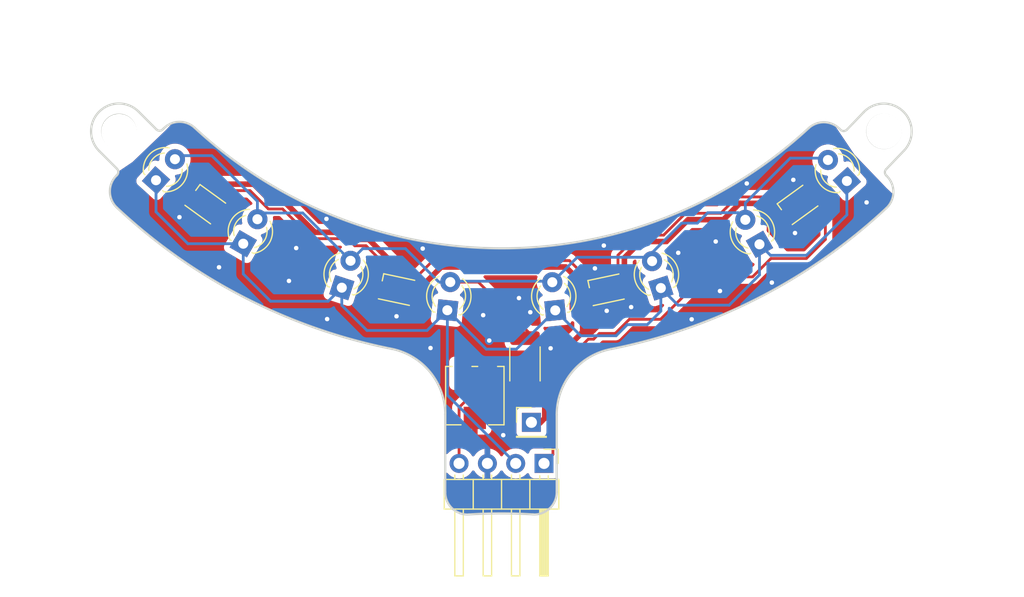
<source format=kicad_pcb>
(kicad_pcb (version 20221018) (generator pcbnew)
  (layers (0 "F.Cu" signal) (31 "B.Cu" signal) (34 "B.Paste" user) (35 "F.Paste" user) (36 "B.SilkS" user "B.Silkscreen") (37 "F.SilkS" user "F.Silkscreen") (38 "B.Mask" user) (39 "F.Mask" user) (44 "Edge.Cuts" user))
  (net 0 "")
  (net 1 "GND")
  (net 2 "+5V")
  (net 3 "/PWM")
  (net 4 "+3.3V")
  (net 5 "/S")
  (net 6 "Net-(Q1-E)")
  (net 9 "Net-(D1-DIN)")
  (net 10 "Net-(D2-DOUT)")
  (net 11 "Net-(D2-DIN)")
  (footprint "LED_THT:LED_D3.0mm_Clear" (layer "F.Cu") (at 145.824541 105.733707 60)
    (fp_text reference "Q2" hide)
    (fp_text value "Q_Photo_NPN")
    (fp_line (start -0.29 -1.236) (end -0.29 -1.08) (stroke (width 0.12)) (layer "F.SilkS"))
    (fp_line (start -0.29 1.08) (end -0.29 1.236) (stroke (width 0.12)) (layer "F.SilkS"))
    (fp_arc (start -0.29 -1.235516) (mid 1.366487 -1.987659) (end 2.942335 -1.078608) (stroke (width 0.12)) (layer "F.SilkS"))
    (fp_arc (start 0.229039 -1.08) (mid 1.270117 -1.5) (end 2.31113 -1.079837) (stroke (width 0.12)) (layer "F.SilkS"))
    (fp_arc (start 2.31113 1.079837) (mid 1.270117 1.5) (end 0.229039 1.08) (stroke (width 0.12)) (layer "F.SilkS"))
    (fp_arc (start 2.942335 1.078608) (mid 1.366487 1.987659) (end -0.29 1.235516) (stroke (width 0.12)) (layer "F.SilkS"))
    (pad "1" thru_hole rect (at 0 0 60) (size 1.8 1.8) (drill 0.9) (layers "*.Cu" "*.Mask") (net 4 "+3.3V"))
    (pad "2" thru_hole circle (at 2.54 0 60) (size 1.8 1.8) (drill 0.9) (layers "*.Cu" "*.Mask") (net 6 "Net-(Q1-E)"))
  )
  (footprint "LED_SMD:LED_WS2812B-2020_PLCC4_2.0x2.0mm" (layer "F.Cu") (at 178.373754 109.873192 12)
    (fp_text reference "D2" hide)
    (fp_text value "NeoPixel_THT")
    (fp_line (start -1.42 -1.15) (end -1.42 -0.5) (stroke (width 0.12)) (layer "F.SilkS"))
    (fp_line (start -1.42 -1.15) (end 1.42 -1.15) (stroke (width 0.12)) (layer "F.SilkS"))
    (fp_line (start -1.42 1.15) (end 1.42 1.15) (stroke (width 0.12)) (layer "F.SilkS"))
    (pad "1" smd rect (at -0.915 -0.55 12) (size 0.7 0.7) (layers "F.Cu" "F.Paste" "F.Mask") (net 10 "Net-(D2-DOUT)"))
    (pad "2" smd rect (at -0.915 0.55 12) (size 0.7 0.7) (layers "F.Cu" "F.Paste" "F.Mask") (net 1 "GND"))
    (pad "3" smd rect (at 0.915 0.55 12) (size 0.7 0.7) (layers "F.Cu" "F.Paste" "F.Mask") (net 2 "+5V"))
    (pad "4" smd rect (at 0.915 -0.55 12) (size 0.7 0.7) (layers "F.Cu" "F.Paste" "F.Mask") (net 11 "Net-(D2-DIN)"))
  )
  (footprint "LED_SMD:LED_WS2812B-2020_PLCC4_2.0x2.0mm" (layer "F.Cu") (at 195.552919 102.248442 36)
    (fp_text reference "D3" hide)
    (fp_text value "NeoPixel_THT")
    (fp_line (start -1.42 -1.15) (end -1.42 -0.5) (stroke (width 0.12)) (layer "F.SilkS"))
    (fp_line (start -1.42 -1.15) (end 1.42 -1.15) (stroke (width 0.12)) (layer "F.SilkS"))
    (fp_line (start -1.42 1.15) (end 1.42 1.15) (stroke (width 0.12)) (layer "F.SilkS"))
    (pad "1" smd rect (at -0.915 -0.55 36) (size 0.7 0.7) (layers "F.Cu" "F.Paste" "F.Mask") (net 11 "Net-(D2-DIN)"))
    (pad "2" smd rect (at -0.915 0.55 36) (size 0.7 0.7) (layers "F.Cu" "F.Paste" "F.Mask") (net 1 "GND"))
    (pad "3" smd rect (at 0.915 0.55 36) (size 0.7 0.7) (layers "F.Cu" "F.Paste" "F.Mask") (net 2 "+5V"))
    (pad "4" smd rect (at 0.915 -0.55 36) (size 0.7 0.7) (layers "F.Cu" "F.Paste" "F.Mask") (net 3 "/PWM"))
  )
  (footprint "MountingHole:MountingHole_3.2mm_M3" (layer "F.Cu") (at 203.327 95.631)
    (fp_text reference "REF**" hide)
    (fp_text value "MountingHole_3.2mm_M3")
    (pad "" np_thru_hole circle (at 0 0) (size 3.2 3.2) (drill 3.2) (layers "F&B.Cu" "*.Mask"))
  )
  (footprint "Potentiometer_SMD:Potentiometer_Vishay_TS53YJ_Vertical" (layer "F.Cu") (at 166.6 119.375 90)
    (fp_text reference "RV2" hide)
    (fp_text value "R_Potentiometer_Trim_US")
    (fp_line (start -2.62 -2.62) (end -2.62 -1.24) (stroke (width 0.12)) (layer "F.SilkS"))
    (fp_line (start -2.62 -2.62) (end 2.62 -2.62) (stroke (width 0.12)) (layer "F.SilkS"))
    (fp_line (start -2.62 1.24) (end -2.62 2.62) (stroke (width 0.12)) (layer "F.SilkS"))
    (fp_line (start -2.62 2.62) (end 2.62 2.62) (stroke (width 0.12)) (layer "F.SilkS"))
    (fp_line (start 2.62 -2.62) (end 2.62 -2.039) (stroke (width 0.12)) (layer "F.SilkS"))
    (fp_line (start 2.62 -0.26) (end 2.62 0.26) (stroke (width 0.12)) (layer "F.SilkS"))
    (fp_line (start 2.62 2.04) (end 2.62 2.62) (stroke (width 0.12)) (layer "F.SilkS"))
    (pad "1" smd rect (at 2 -1.15 90) (size 2 1.3) (layers "F.Cu" "F.Paste" "F.Mask"))
    (pad "2" smd rect (at -2 0 90) (size 2 2) (layers "F.Cu" "F.Paste" "F.Mask") (net 1 "GND"))
    (pad "3" smd rect (at 2 1.15 90) (size 2 1.3) (layers "F.Cu" "F.Paste" "F.Mask") (net 5 "/S"))
  )
  (footprint "LED_SMD:LED_WS2812B-2020_PLCC4_2.0x2.0mm" (layer "F.Cu") (at 159.578541 109.851352 -12)
    (fp_text reference "D5" hide)
    (fp_text value "NeoPixel_THT")
    (fp_line (start -1.42 -1.15) (end -1.42 -0.5) (stroke (width 0.12)) (layer "F.SilkS"))
    (fp_line (start -1.42 -1.15) (end 1.42 -1.15) (stroke (width 0.12)) (layer "F.SilkS"))
    (fp_line (start -1.42 1.15) (end 1.42 1.15) (stroke (width 0.12)) (layer "F.SilkS"))
    (pad "1" smd rect (at -0.915 -0.55 348) (size 0.7 0.7) (layers "F.Cu" "F.Paste" "F.Mask") (net 9 "Net-(D1-DIN)"))
    (pad "2" smd rect (at -0.915 0.55 348) (size 0.7 0.7) (layers "F.Cu" "F.Paste" "F.Mask") (net 1 "GND"))
    (pad "3" smd rect (at 0.915 0.55 348) (size 0.7 0.7) (layers "F.Cu" "F.Paste" "F.Mask") (net 2 "+5V"))
    (pad "4" smd rect (at 0.915 -0.55 348) (size 0.7 0.7) (layers "F.Cu" "F.Paste" "F.Mask") (net 10 "Net-(D2-DOUT)"))
  )
  (footprint "LED_THT:LED_D3.0mm_Clear" (layer "F.Cu") (at 154.665451 109.681953 72)
    (fp_text reference "Q8" hide)
    (fp_text value "Q_Photo_NPN")
    (fp_line (start -0.29 -1.236) (end -0.29 -1.08) (stroke (width 0.12)) (layer "F.SilkS"))
    (fp_line (start -0.29 1.08) (end -0.29 1.236) (stroke (width 0.12)) (layer "F.SilkS"))
    (fp_arc (start -0.29 -1.235516) (mid 1.366487 -1.987659) (end 2.942335 -1.078608) (stroke (width 0.12)) (layer "F.SilkS"))
    (fp_arc (start 0.229039 -1.08) (mid 1.270117 -1.5) (end 2.31113 -1.079837) (stroke (width 0.12)) (layer "F.SilkS"))
    (fp_arc (start 2.31113 1.079837) (mid 1.270117 1.5) (end 0.229039 1.08) (stroke (width 0.12)) (layer "F.SilkS"))
    (fp_arc (start 2.942335 1.078608) (mid 1.366487 1.987659) (end -0.29 1.235516) (stroke (width 0.12)) (layer "F.SilkS"))
    (pad "1" thru_hole rect (at 0 0 72) (size 1.8 1.8) (drill 0.9) (layers "*.Cu" "*.Mask") (net 4 "+3.3V"))
    (pad "2" thru_hole circle (at 2.54 0 72) (size 1.8 1.8) (drill 0.9) (layers "*.Cu" "*.Mask") (net 6 "Net-(Q1-E)"))
  )
  (footprint "Connector_PinHeader_2.54mm:PinHeader_1x04_P2.54mm_Horizontal" (layer "F.Cu") (at 172.807507 125.462255 -90)
    (fp_text reference "J2" hide)
    (fp_text value "Conn_01x04_Pin")
    (fp_line (start -1.27 -1.27) (end 0 -1.27) (stroke (width 0.12)) (layer "F.SilkS"))
    (fp_line (start -1.27 0) (end -1.27 -1.27) (stroke (width 0.12)) (layer "F.SilkS"))
    (fp_line (start 1.042929 2.16) (end 1.44 2.16) (stroke (width 0.12)) (layer "F.SilkS"))
    (fp_line (start 1.042929 2.92) (end 1.44 2.92) (stroke (width 0.12)) (layer "F.SilkS"))
    (fp_line (start 1.042929 4.7) (end 1.44 4.7) (stroke (width 0.12)) (layer "F.SilkS"))
    (fp_line (start 1.042929 5.46) (end 1.44 5.46) (stroke (width 0.12)) (layer "F.SilkS"))
    (fp_line (start 1.042929 7.24) (end 1.44 7.24) (stroke (width 0.12)) (layer "F.SilkS"))
    (fp_line (start 1.042929 8) (end 1.44 8) (stroke (width 0.12)) (layer "F.SilkS"))
    (fp_line (start 1.11 -0.38) (end 1.44 -0.38) (stroke (width 0.12)) (layer "F.SilkS"))
    (fp_line (start 1.11 0.38) (end 1.44 0.38) (stroke (width 0.12)) (layer "F.SilkS"))
    (fp_line (start 1.44 -1.33) (end 1.44 8.95) (stroke (width 0.12)) (layer "F.SilkS"))
    (fp_line (start 1.44 1.27) (end 4.1 1.27) (stroke (width 0.12)) (layer "F.SilkS"))
    (fp_line (start 1.44 3.81) (end 4.1 3.81) (stroke (width 0.12)) (layer "F.SilkS"))
    (fp_line (start 1.44 6.35) (end 4.1 6.35) (stroke (width 0.12)) (layer "F.SilkS"))
    (fp_line (start 1.44 8.95) (end 4.1 8.95) (stroke (width 0.12)) (layer "F.SilkS"))
    (fp_line (start 4.1 -1.33) (end 1.44 -1.33) (stroke (width 0.12)) (layer "F.SilkS"))
    (fp_line (start 4.1 -0.38) (end 10.1 -0.38) (stroke (width 0.12)) (layer "F.SilkS"))
    (fp_line (start 4.1 -0.32) (end 10.1 -0.32) (stroke (width 0.12)) (layer "F.SilkS"))
    (fp_line (start 4.1 -0.2) (end 10.1 -0.2) (stroke (width 0.12)) (layer "F.SilkS"))
    (fp_line (start 4.1 -0.08) (end 10.1 -0.08) (stroke (width 0.12)) (layer "F.SilkS"))
    (fp_line (start 4.1 0.04) (end 10.1 0.04) (stroke (width 0.12)) (layer "F.SilkS"))
    (fp_line (start 4.1 0.16) (end 10.1 0.16) (stroke (width 0.12)) (layer "F.SilkS"))
    (fp_line (start 4.1 0.28) (end 10.1 0.28) (stroke (width 0.12)) (layer "F.SilkS"))
    (fp_line (start 4.1 2.16) (end 10.1 2.16) (stroke (width 0.12)) (layer "F.SilkS"))
    (fp_line (start 4.1 4.7) (end 10.1 4.7) (stroke (width 0.12)) (layer "F.SilkS"))
    (fp_line (start 4.1 7.24) (end 10.1 7.24) (stroke (width 0.12)) (layer "F.SilkS"))
    (fp_line (start 4.1 8.95) (end 4.1 -1.33) (stroke (width 0.12)) (layer "F.SilkS"))
    (fp_line (start 10.1 -0.38) (end 10.1 0.38) (stroke (width 0.12)) (layer "F.SilkS"))
    (fp_line (start 10.1 0.38) (end 4.1 0.38) (stroke (width 0.12)) (layer "F.SilkS"))
    (fp_line (start 10.1 2.16) (end 10.1 2.92) (stroke (width 0.12)) (layer "F.SilkS"))
    (fp_line (start 10.1 2.92) (end 4.1 2.92) (stroke (width 0.12)) (layer "F.SilkS"))
    (fp_line (start 10.1 4.7) (end 10.1 5.46) (stroke (width 0.12)) (layer "F.SilkS"))
    (fp_line (start 10.1 5.46) (end 4.1 5.46) (stroke (width 0.12)) (layer "F.SilkS"))
    (fp_line (start 10.1 7.24) (end 10.1 8) (stroke (width 0.12)) (layer "F.SilkS"))
    (fp_line (start 10.1 8) (end 4.1 8) (stroke (width 0.12)) (layer "F.SilkS"))
    (pad "1" thru_hole rect (at 0 0 270) (size 1.7 1.7) (drill 1) (layers "*.Cu" "*.Mask") (net 3 "/PWM"))
    (pad "2" thru_hole oval (at 0 2.54 270) (size 1.7 1.7) (drill 1) (layers "*.Cu" "*.Mask") (net 4 "+3.3V"))
    (pad "3" thru_hole oval (at 0 5.08 270) (size 1.7 1.7) (drill 1) (layers "*.Cu" "*.Mask") (net 1 "GND"))
    (pad "4" thru_hole oval (at 0 7.62 270) (size 1.7 1.7) (drill 1) (layers "*.Cu" "*.Mask") (net 5 "/S"))
  )
  (footprint "LED_THT:LED_D3.0mm_Clear" (layer "F.Cu") (at 137.997712 100.033611 48)
    (fp_text reference "Q7" hide)
    (fp_text value "Q_Photo_NPN")
    (fp_line (start -0.29 -1.236) (end -0.29 -1.08) (stroke (width 0.12)) (layer "F.SilkS"))
    (fp_line (start -0.29 1.08) (end -0.29 1.236) (stroke (width 0.12)) (layer "F.SilkS"))
    (fp_arc (start -0.29 -1.235516) (mid 1.366487 -1.987659) (end 2.942335 -1.078608) (stroke (width 0.12)) (layer "F.SilkS"))
    (fp_arc (start 0.229039 -1.08) (mid 1.270118 -1.5) (end 2.31113 -1.079837) (stroke (width 0.12)) (layer "F.SilkS"))
    (fp_arc (start 2.31113 1.079837) (mid 1.270117 1.5) (end 0.229039 1.08) (stroke (width 0.12)) (layer "F.SilkS"))
    (fp_arc (start 2.942335 1.078608) (mid 1.366487 1.987659) (end -0.29 1.235516) (stroke (width 0.12)) (layer "F.SilkS"))
    (pad "1" thru_hole rect (at 0 0 48) (size 1.8 1.8) (drill 0.9) (layers "*.Cu" "*.Mask") (net 4 "+3.3V"))
    (pad "2" thru_hole circle (at 2.54 0 48) (size 1.8 1.8) (drill 0.9) (layers "*.Cu" "*.Mask") (net 6 "Net-(Q1-E)"))
  )
  (footprint "LED_THT:LED_D3.0mm_Clear" (layer "F.Cu") (at 183.28969 109.714413 108)
    (fp_text reference "Q4" hide)
    (fp_text value "Q_Photo_NPN")
    (fp_line (start -0.29 -1.236) (end -0.29 -1.08) (stroke (width 0.12)) (layer "F.SilkS"))
    (fp_line (start -0.29 1.08) (end -0.29 1.236) (stroke (width 0.12)) (layer "F.SilkS"))
    (fp_arc (start -0.29 -1.235516) (mid 1.366488 -1.987659) (end 2.942335 -1.078608) (stroke (width 0.12)) (layer "F.SilkS"))
    (fp_arc (start 0.229039 -1.08) (mid 1.270118 -1.5) (end 2.31113 -1.079837) (stroke (width 0.12)) (layer "F.SilkS"))
    (fp_arc (start 2.31113 1.079837) (mid 1.270118 1.5) (end 0.229039 1.08) (stroke (width 0.12)) (layer "F.SilkS"))
    (fp_arc (start 2.942335 1.078608) (mid 1.366488 1.987659) (end -0.29 1.235516) (stroke (width 0.12)) (layer "F.SilkS"))
    (pad "1" thru_hole rect (at 0 0 108) (size 1.8 1.8) (drill 0.9) (layers "*.Cu" "*.Mask") (net 4 "+3.3V"))
    (pad "2" thru_hole circle (at 2.54 0 108) (size 1.8 1.8) (drill 0.9) (layers "*.Cu" "*.Mask") (net 6 "Net-(Q1-E)"))
  )
  (footprint "LED_THT:LED_D3.0mm_Clear" (layer "F.Cu") (at 164.134053 111.705792 84)
    (fp_text reference "Q9" hide)
    (fp_text value "Q_Photo_NPN")
    (fp_line (start -0.29 -1.236) (end -0.29 -1.08) (stroke (width 0.12)) (layer "F.SilkS"))
    (fp_line (start -0.29 1.08) (end -0.29 1.236) (stroke (width 0.12)) (layer "F.SilkS"))
    (fp_arc (start -0.29 -1.235516) (mid 1.366487 -1.987659) (end 2.942335 -1.078608) (stroke (width 0.12)) (layer "F.SilkS"))
    (fp_arc (start 0.229039 -1.08) (mid 1.270117 -1.5) (end 2.31113 -1.079837) (stroke (width 0.12)) (layer "F.SilkS"))
    (fp_arc (start 2.31113 1.079837) (mid 1.270118 1.5) (end 0.229039 1.08) (stroke (width 0.12)) (layer "F.SilkS"))
    (fp_arc (start 2.942335 1.078608) (mid 1.366487 1.987659) (end -0.29 1.235516) (stroke (width 0.12)) (layer "F.SilkS"))
    (pad "1" thru_hole rect (at 0 0 84) (size 1.8 1.8) (drill 0.9) (layers "*.Cu" "*.Mask") (net 4 "+3.3V"))
    (pad "2" thru_hole circle (at 2.54 0 84) (size 1.8 1.8) (drill 0.9) (layers "*.Cu" "*.Mask") (net 6 "Net-(Q1-E)"))
  )
  (footprint "Connector_PinHeader_2.54mm:PinHeader_1x01_P2.54mm_Vertical" (layer "F.Cu") (at 171.675 121.775)
    (fp_text reference "J3" hide)
    (fp_text value "Conn_01x01_Pin")
    (fp_line (start -1.33 -1.33) (end 0 -1.33) (stroke (width 0.12)) (layer "F.SilkS"))
    (fp_line (start -1.33 0) (end -1.33 -1.33) (stroke (width 0.12)) (layer "F.SilkS"))
    (fp_line (start -1.33 1.27) (end -1.33 1.33) (stroke (width 0.12)) (layer "F.SilkS"))
    (fp_line (start -1.33 1.27) (end 1.33 1.27) (stroke (width 0.12)) (layer "F.SilkS"))
    (fp_line (start -1.33 1.33) (end 1.33 1.33) (stroke (width 0.12)) (layer "F.SilkS"))
    (fp_line (start 1.33 1.27) (end 1.33 1.33) (stroke (width 0.12)) (layer "F.SilkS"))
    (pad "1" thru_hole rect (at 0 0) (size 1.7 1.7) (drill 1) (layers "*.Cu" "*.Mask") (net 2 "+5V"))
  )
  (footprint "LED_THT:LED_D3.0mm_Clear" (layer "F.Cu") (at 199.979269 100.103899 132)
    (fp_text reference "Q10" hide)
    (fp_text value "Q_Photo_NPN")
    (fp_line (start -0.29 -1.236) (end -0.29 -1.08) (stroke (width 0.12)) (layer "F.SilkS"))
    (fp_line (start -0.29 1.08) (end -0.29 1.236) (stroke (width 0.12)) (layer "F.SilkS"))
    (fp_arc (start -0.29 -1.235516) (mid 1.366488 -1.987659) (end 2.942335 -1.078608) (stroke (width 0.12)) (layer "F.SilkS"))
    (fp_arc (start 0.229039 -1.08) (mid 1.270117 -1.5) (end 2.31113 -1.079837) (stroke (width 0.12)) (layer "F.SilkS"))
    (fp_arc (start 2.31113 1.079837) (mid 1.270117 1.5) (end 0.229039 1.08) (stroke (width 0.12)) (layer "F.SilkS"))
    (fp_arc (start 2.942335 1.078608) (mid 1.366488 1.987659) (end -0.29 1.235516) (stroke (width 0.12)) (layer "F.SilkS"))
    (pad "1" thru_hole rect (at 0 0 132) (size 1.8 1.8) (drill 0.9) (layers "*.Cu" "*.Mask") (net 4 "+3.3V"))
    (pad "2" thru_hole circle (at 2.54 0 132) (size 1.8 1.8) (drill 0.9) (layers "*.Cu" "*.Mask") (net 6 "Net-(Q1-E)"))
  )
  (footprint "LED_THT:LED_D3.0mm_Clear" (layer "F.Cu") (at 173.816523 111.716772 96)
    (fp_text reference "Q3" hide)
    (fp_text value "Q_Photo_NPN")
    (fp_line (start -0.29 -1.236) (end -0.29 -1.08) (stroke (width 0.12)) (layer "F.SilkS"))
    (fp_line (start -0.29 1.08) (end -0.29 1.236) (stroke (width 0.12)) (layer "F.SilkS"))
    (fp_arc (start -0.29 -1.235516) (mid 1.366487 -1.987659) (end 2.942335 -1.078608) (stroke (width 0.12)) (layer "F.SilkS"))
    (fp_arc (start 0.229039 -1.08) (mid 1.270117 -1.5) (end 2.31113 -1.079837) (stroke (width 0.12)) (layer "F.SilkS"))
    (fp_arc (start 2.31113 1.079837) (mid 1.270118 1.5) (end 0.229039 1.08) (stroke (width 0.12)) (layer "F.SilkS"))
    (fp_arc (start 2.942335 1.078608) (mid 1.366487 1.987659) (end -0.29 1.235516) (stroke (width 0.12)) (layer "F.SilkS"))
    (pad "1" thru_hole rect (at 0 0 96) (size 1.8 1.8) (drill 0.9) (layers "*.Cu" "*.Mask") (net 4 "+3.3V"))
    (pad "2" thru_hole circle (at 2.54 0 96) (size 1.8 1.8) (drill 0.9) (layers "*.Cu" "*.Mask") (net 6 "Net-(Q1-E)"))
  )
  (footprint "LED_THT:LED_D3.0mm_Clear" (layer "F.Cu") (at 192.139532 105.786229 120)
    (fp_text reference "Q1" hide)
    (fp_text value "Q_Photo_NPN")
    (fp_line (start -0.29 -1.236) (end -0.29 -1.08) (stroke (width 0.12)) (layer "F.SilkS"))
    (fp_line (start -0.29 1.08) (end -0.29 1.236) (stroke (width 0.12)) (layer "F.SilkS"))
    (fp_arc (start -0.29 -1.235516) (mid 1.366488 -1.987659) (end 2.942335 -1.078608) (stroke (width 0.12)) (layer "F.SilkS"))
    (fp_arc (start 0.229039 -1.08) (mid 1.270118 -1.5) (end 2.31113 -1.079837) (stroke (width 0.12)) (layer "F.SilkS"))
    (fp_arc (start 2.31113 1.079837) (mid 1.270118 1.5) (end 0.229039 1.08) (stroke (width 0.12)) (layer "F.SilkS"))
    (fp_arc (start 2.942335 1.078608) (mid 1.366487 1.987659) (end -0.29 1.235516) (stroke (width 0.12)) (layer "F.SilkS"))
    (pad "1" thru_hole rect (at 0 0 120) (size 1.8 1.8) (drill 0.9) (layers "*.Cu" "*.Mask") (net 4 "+3.3V"))
    (pad "2" thru_hole circle (at 2.54 0 120) (size 1.8 1.8) (drill 0.9) (layers "*.Cu" "*.Mask") (net 6 "Net-(Q1-E)"))
  )
  (footprint "MountingHole:MountingHole_3.2mm_M3" (layer "F.Cu") (at 134.6962 95.7072)
    (fp_text reference "REF**" hide)
    (fp_text value "MountingHole_3.2mm_M3")
    (pad "" np_thru_hole circle (at 0 0) (size 3.2 3.2) (drill 3.2) (layers "*.Cu" "*.Mask"))
  )
  (footprint "LED_SMD:LED_WS2812B-2020_PLCC4_2.0x2.0mm" (layer "F.Cu") (at 142.417143 102.186698 -36)
    (fp_text reference "D1" hide)
    (fp_text value "NeoPixel_THT")
    (fp_line (start -1.42 -1.15) (end -1.42 -0.5) (stroke (width 0.12)) (layer "F.SilkS"))
    (fp_line (start -1.42 -1.15) (end 1.42 -1.15) (stroke (width 0.12)) (layer "F.SilkS"))
    (fp_line (start -1.42 1.15) (end 1.42 1.15) (stroke (width 0.12)) (layer "F.SilkS"))
    (pad "1" smd rect (at -0.915 -0.55 324) (size 0.7 0.7) (layers "F.Cu" "F.Paste" "F.Mask"))
    (pad "2" smd rect (at -0.915 0.55 324) (size 0.7 0.7) (layers "F.Cu" "F.Paste" "F.Mask") (net 1 "GND"))
    (pad "3" smd rect (at 0.915 0.55 324) (size 0.7 0.7) (layers "F.Cu" "F.Paste" "F.Mask") (net 2 "+5V"))
    (pad "4" smd rect (at 0.915 -0.55 324) (size 0.7 0.7) (layers "F.Cu" "F.Paste" "F.Mask") (net 9 "Net-(D1-DIN)"))
  )
  (footprint "Resistor_SMD:R_2010_5025Metric" (layer "F.Cu") (at 171.1 116.525 90)
    (fp_text reference "R8" hide)
    (fp_text value "1K")
    (fp_line (start -1.527064 -1.36) (end 1.527064 -1.36) (stroke (width 0.12)) (layer "F.SilkS"))
    (fp_line (start -1.527064 1.36) (end 1.527064 1.36) (stroke (width 0.12)) (layer "F.SilkS"))
    (pad "1" smd roundrect (at -2.3125 0 90) (size 1.225 2.65) (layers "F.Cu" "F.Paste" "F.Mask") (roundrect_rratio 0.2040816327) (net 5 "/S"))
    (pad "2" smd roundrect (at 2.3125 0 90) (size 1.225 2.65) (layers "F.Cu" "F.Paste" "F.Mask") (roundrect_rratio 0.2040816327) (net 6 "Net-(Q1-E)"))
  )
  (gr_arc (start 134.492418 102.49531) (mid 133.860407 101.068442) (end 134.445932 99.621877) (stroke (width 0.2)) (layer "Edge.Cuts"))
  (gr_arc (start 196.548323 95.362893) (mid 197.945655 94.830562) (end 199.321588 95.415983) (stroke (width 0.2)) (layer "Edge.Cuts"))
  (gr_arc (start 203.566952 99.661346) (mid 204.152457 101.109102) (end 203.518727 102.536407) (stroke (width 0.2)) (layer "Edge.Cuts"))
  (gr_line (start 201.500672 93.912117) (end 199.978444 95.495938) (stroke (width 0.2)) (layer "Edge.Cuts"))
  (gr_arc (start 138.691105 95.376704) (mid 140.068398 94.791258) (end 141.466363 95.325463) (stroke (width 0.2)) (layer "Edge.Cuts"))
  (gr_arc (start 173.945892 121.085005) (mid 175.311412 117.274287) (end 178.786419 115.198102) (stroke (width 0.2)) (layer "Edge.Cuts"))
  (gr_arc (start 196.548323 95.362893) (mid 169 106.15) (end 141.466363 95.325463) (stroke (width 0.2)) (layer "Edge.Cuts"))
  (gr_arc (start 201.500672 93.912117) (mid 205.035507 93.842023) (end 205.105608 97.376859) (stroke (width 0.2)) (layer "Edge.Cuts"))
  (gr_circle (center 203.30314 95.644488) (end 204.80314 95.644488) (stroke (width 0.2)) (fill none) (layer "Edge.Cuts"))
  (gr_line (start 203.50368 99.043605) (end 205.105608 97.376859) (stroke (width 0.2)) (layer "Edge.Cuts"))
  (gr_line (start 134.496188 99.571621) (end 134.445932 99.621877) (stroke (width 0.2)) (layer "Edge.Cuts"))
  (gr_line (start 132.902507 97.412255) (end 134.496188 99.005935) (stroke (width 0.2)) (layer "Edge.Cuts"))
  (gr_arc (start 166.075289 130.04341) (mid 168.94755 129.949147) (end 171.81997 130.038412) (stroke (width 0.2)) (layer "Edge.Cuts"))
  (gr_arc (start 203.509232 99.603627) (mid 203.392136 99.324762) (end 203.50368 99.043605) (stroke (width 0.2)) (layer "Edge.Cuts"))
  (gr_arc (start 199.978444 95.495938) (mid 199.694002 95.61876) (end 199.407207 95.501601) (stroke (width 0.2)) (layer "Edge.Cuts"))
  (gr_line (start 138.031722 95.470401) (end 136.438041 93.876721) (stroke (width 0.2)) (layer "Edge.Cuts"))
  (gr_line (start 138.691105 95.376704) (end 138.597407 95.470401) (stroke (width 0.2)) (layer "Edge.Cuts"))
  (gr_line (start 173.945892 128.04238) (end 173.945892 121.085005) (stroke (width 0.2)) (layer "Edge.Cuts"))
  (gr_arc (start 138.597407 95.470401) (mid 138.314564 95.587559) (end 138.031722 95.470401) (stroke (width 0.2)) (layer "Edge.Cuts"))
  (gr_arc (start 159.122703 115.169138) (mid 145.921609 110.553979) (end 134.492418 102.49531) (stroke (width 0.2)) (layer "Edge.Cuts"))
  (gr_line (start 199.407207 95.501601) (end 199.321588 95.415983) (stroke (width 0.2)) (layer "Edge.Cuts"))
  (gr_arc (start 132.902507 97.412255) (mid 132.902507 93.876721) (end 136.438041 93.876721) (stroke (width 0.2)) (layer "Edge.Cuts"))
  (gr_line (start 203.566952 99.661346) (end 203.509232 99.603627) (stroke (width 0.2)) (layer "Edge.Cuts"))
  (gr_line (start 163.945892 121.0526) (end 163.945892 128.047601) (stroke (width 0.2)) (layer "Edge.Cuts"))
  (gr_circle (center 134.670274 95.644488) (end 136.170274 95.644488) (stroke (width 0.2)) (fill none) (layer "Edge.Cuts"))
  (gr_arc (start 173.945892 128.04238) (mid 173.314861 129.500432) (end 171.81997 130.038412) (stroke (width 0.2)) (layer "Edge.Cuts"))
  (gr_arc (start 203.518727 102.536407) (mid 192.040508 110.601673) (end 178.786419 115.198102) (stroke (width 0.2)) (layer "Edge.Cuts"))
  (gr_arc (start 134.496188 99.005935) (mid 134.613345 99.288778) (end 134.496188 99.571621) (stroke (width 0.2)) (layer "Edge.Cuts"))
  (gr_arc (start 159.122703 115.169138) (mid 162.585982 117.248711) (end 163.945892 121.0526) (stroke (width 0.2)) (layer "Edge.Cuts"))
  (gr_arc (start 166.075289 130.04341) (mid 164.578192 129.506846) (end 163.945892 128.047601) (stroke (width 0.2)) (layer "Edge.Cuts"))
  (segment (start 158.569185 110.199094) (end 158.569185 110.255815) (width 0.5) (layer "F.Cu") (net 1))
  (via (at 159.575 112.25) (size 0.8) (drill 0.4) (layers "F.Cu" "B.Cu") (net 1))
  (via (at 180.625 111.425) (size 0.8) (drill 0.4) (layers "F.Cu" "B.Cu") (net 1))
  (via (at 177.375 107.95) (size 0.8) (drill 0.4) (layers "F.Cu" "B.Cu") (net 1))
  (via (at 193.25 109.225) (size 0.8) (drill 0.4) (layers "F.Cu" "B.Cu") (net 1))
  (via (at 178.435 111.76) (size 0.8) (drill 0.4) (layers "F.Cu" "B.Cu") (net 1))
  (via (at 153.289 103.505) (size 0.8) (drill 0.4) (layers "F.Cu" "B.Cu") (net 1))
  (via (at 153.35 112.5) (size 0.8) (drill 0.4) (layers "F.Cu" "B.Cu") (net 1))
  (via (at 171.577 111.887) (size 0.8) (drill 0.4) (layers "F.Cu" "B.Cu") (net 1))
  (via (at 150.575 106.125) (size 0.8) (drill 0.4) (layers "F.Cu" "B.Cu") (net 1))
  (via (at 162.625 115.1) (size 0.8) (drill 0.4) (layers "F.Cu" "B.Cu") (net 1))
  (via (at 191 100.325) (size 0.8) (drill 0.4) (layers "F.Cu" "B.Cu") (net 1))
  (via (at 186.055 112.522) (size 0.8) (drill 0.4) (layers "F.Cu" "B.Cu") (net 1))
  (via (at 167.894 114.427) (size 0.8) (drill 0.4) (layers "F.Cu" "B.Cu") (net 1))
  (via (at 178.175 105.9) (size 0.8) (drill 0.4) (layers "F.Cu" "B.Cu") (net 1))
  (via (at 167.35 112.15) (size 0.8) (drill 0.4) (layers "F.Cu" "B.Cu") (net 1))
  (via (at 149.925 109.075) (size 0.8) (drill 0.4) (layers "F.Cu" "B.Cu") (net 1))
  (via (at 170.561 110.617) (size 0.8) (drill 0.4) (layers "F.Cu" "B.Cu") (net 1))
  (via (at 140.1 103.35) (size 0.8) (drill 0.4) (layers "F.Cu" "B.Cu") (net 1))
  (via (at 195.326 104.775) (size 0.8) (drill 0.4) (layers "F.Cu" "B.Cu") (net 1))
  (via (at 184.85 106.55) (size 0.8) (drill 0.4) (layers "F.Cu" "B.Cu") (net 1))
  (via (at 188.214 105.537) (size 0.8) (drill 0.4) (layers "F.Cu" "B.Cu") (net 1))
  (via (at 161.925 106.172) (size 0.8) (drill 0.4) (layers "F.Cu" "B.Cu") (net 1))
  (via (at 173.4 115.125) (size 0.8) (drill 0.4) (layers "F.Cu" "B.Cu") (net 1))
  (via (at 195.175 100) (size 0.8) (drill 0.4) (layers "F.Cu" "B.Cu") (net 1))
  (via (at 188.595 109.982) (size 0.8) (drill 0.4) (layers "F.Cu" "B.Cu") (net 1))
  (via (at 169.15 122.925) (size 0.8) (drill 0.4) (layers "F.Cu" "B.Cu") (net 1))
  (via (at 143.65 107.85) (size 0.8) (drill 0.4) (layers "F.Cu" "B.Cu") (net 1))
  (via (at 201.75 102.025) (size 0.8) (drill 0.4) (layers "F.Cu" "B.Cu") (net 1))
  (segment (start 161.550804 109.861804) (end 160.833035 110.579572) (width 0.5) (layer "F.Cu") (net 2))
  (segment (start 159.722776 109.959589) (end 159.722776 107.982604) (width 0.5) (layer "F.Cu") (net 2))
  (segment (start 159.722776 107.982604) (end 157.083172 105.343) (width 0.5) (layer "F.Cu") (net 2))
  (segment (start 172.875 117.066) (end 176.2125 113.7285) (width 0.5) (layer "F.Cu") (net 2))
  (segment (start 177.673 113.075) (end 178.975 113.075) (width 0.5) (layer "F.Cu") (net 2))
  (segment (start 175.35 108.421) (end 174.752 107.823) (width 0.5) (layer "F.Cu") (net 2))
  (segment (start 178.975 113.075) (end 179.38311 112.66689) (width 0.5) (layer "F.Cu") (net 2))
  (segment (start 176.866 113.075) (end 176.4215 112.6305) (width 0.5) (layer "F.Cu") (net 2))
  (segment (start 176.784 113.7285) (end 176.784 113.456) (width 0.5) (layer "F.Cu") (net 2))
  (segment (start 176.276 113.665) (end 176.866 113.075) (width 0.5) (layer "F.Cu") (net 2))
  (segment (start 196.088 106.172) (end 197.358 104.902) (width 0.5) (layer "F.Cu") (net 2))
  (segment (start 193.04 104.521) (end 194.691 106.172) (width 0.5) (layer "F.Cu") (net 2))
  (segment (start 176.276 112.485) (end 175.9135 112.1225) (width 0.5) (layer "F.Cu") (net 2))
  (segment (start 142.494 101.981) (end 142.494 102.829369) (width 0.5) (layer "F.Cu") (net 2))
  (segment (start 163.589608 107.823) (end 161.550804 109.861804) (width 0.5) (layer "F.Cu") (net 2))
  (segment (start 176.276 113.03) (end 176.276 112.776) (width 0.5) (layer "F.Cu") (net 2))
  (segment (start 176.276 113.03) (end 176.276 112.485) (width 0.5) (layer "F.Cu") (net 2))
  (segment (start 194.691 106.172) (end 196.088 106.172) (width 0.5) (layer "F.Cu") (net 2))
  (segment (start 177.251 113.497) (end 177.673 113.075) (width 0.5) (layer "F.Cu") (net 2))
  (segment (start 176.276 112.776) (end 176.4215 112.6305) (width 0.5) (layer "F.Cu") (net 2))
  (segment (start 142.666794 103.002163) (end 142.834112 103.169481) (width 0.25) (layer "F.Cu") (net 2))
  (segment (start 172.5 121.775) (end 172.875 121.4) (width 0.5) (layer "F.Cu") (net 2))
  (segment (start 177.419 113.075) (end 177.673 113.075) (width 0.5) (layer "F.Cu") (net 2))
  (segment (start 185.738172 103.575) (end 188.906 103.575) (width 0.5) (layer "F.Cu") (net 2))
  (segment (start 148.163777 101.787) (end 146.766777 100.39) (width 0.5) (layer "F.Cu") (net 2))
  (segment (start 160.656259 110.579572) (end 160.359195 110.579572) (width 0.25) (layer "F.Cu") (net 2))
  (segment (start 188.906 103.575) (end 190.373 102.108) (width 0.5) (layer "F.Cu") (net 2))
  (segment (start 177.0195 113.7285) (end 177.251 113.497) (width 0.5) (layer "F.Cu") (net 2))
  (segment (start 175.35 111.559) (end 175.35 108.421) (width 0.5) (layer "F.Cu") (net 2))
  (segment (start 176.4215 112.6305) (end 175.9135 112.1225) (width 0.5) (layer "F.Cu") (net 2))
  (segment (start 160.342759 110.579572) (end 159.722776 109.959589) (width 0.5) (layer "F.Cu") (net 2))
  (segment (start 175.9135 112.1225) (end 175.35 111.559) (width 0.5) (layer "F.Cu") (net 2))
  (segment (start 152.257173 104.708) (end 149.336173 101.787) (width 0.5) (layer "F.Cu") (net 2))
  (segment (start 183.776172 105.537) (end 185.738172 103.575) (width 0.5) (layer "F.Cu") (net 2))
  (segment (start 156.067172 105.343) (end 155.432173 104.708) (width 0.5) (layer "F.Cu") (net 2))
  (segment (start 144.085 100.39) (end 142.494 101.981) (width 0.5) (layer "F.Cu") (net 2))
  (segment (start 176.276 113.665) (end 176.276 113.03) (width 0.5) (layer "F.Cu") (net 2))
  (segment (start 160.359195 110.579572) (end 160.342759 110.579572) (width 0.5) (layer "F.Cu") (net 2))
  (segment (start 176.784 113.7285) (end 177.0195 113.7285) (width 0.5) (layer "F.Cu") (net 2))
  (segment (start 171.75 121.85) (end 172.425 121.85) (width 0.5) (layer "F.Cu") (net 2))
  (segment (start 179.399546 110.220934) (end 180.019529 109.600951) (width 0.5) (layer "F.Cu") (net 2))
  (segment (start 157.083172 105.343) (end 156.067172 105.343) (width 0.5) (layer "F.Cu") (net 2))
  (segment (start 171.675 121.775) (end 171.75 121.85) (width 0.5) (layer "F.Cu") (net 2))
  (segment (start 149.336173 101.787) (end 148.163777 101.787) (width 0.5) (layer "F.Cu") (net 2))
  (segment (start 197.358 102.897127) (end 196.616451 102.155578) (width 0.5) (layer "F.Cu") (net 2))
  (segment (start 176.866 113.075) (end 177.165 113.075) (width 0.5) (layer "F.Cu") (net 2))
  (segment (start 161.043876 110.368731) (end 161.550804 109.861804) (width 0.5) (layer "F.Cu") (net 2))
  (segment (start 142.494 102.829369) (end 142.834112 103.169481) (width 0.5) (layer "F.Cu") (net 2))
  (segment (start 176.784 113.456) (end 177.165 113.075) (width 0.5) (layer "F.Cu") (net 2))
  (segment (start 179.38311 112.66689) (end 179.38311 110.220934) (width 0.5) (layer "F.Cu") (net 2))
  (segment (start 197.358 104.902) (end 197.358 102.897127) (width 0.5) (layer "F.Cu") (net 2))
  (segment (start 146.766777 100.39) (end 144.085 100.39) (width 0.5) (layer "F.Cu") (net 2))
  (segment (start 176.784 113.7285) (end 176.2125 113.7285) (width 0.5) (layer "F.Cu") (net 2))
  (segment (start 172.875 121.4) (end 172.875 117.066) (width 0.5) (layer "F.Cu") (net 2))
  (segment (start 174.752 107.823) (end 163.589608 107.823) (width 0.5) (layer "F.Cu") (net 2))
  (segment (start 180.019529 109.600951) (end 180.019529 107.000471) (width 0.5) (layer "F.Cu") (net 2))
  (segment (start 171.675 121.775) (end 172.5 121.775) (width 0.5) (layer "F.Cu") (net 2))
  (segment (start 155.432173 104.708) (end 152.257173 104.708) (width 0.5) (layer "F.Cu") (net 2))
  (segment (start 176.2125 113.7285) (end 176.276 113.665) (width 0.5) (layer "F.Cu") (net 2))
  (segment (start 181.483 105.537) (end 183.776172 105.537) (width 0.5) (layer "F.Cu") (net 2))
  (segment (start 179.38311 110.220934) (end 179.399546 110.220934) (width 0.5) (layer "F.Cu") (net 2))
  (segment (start 177.165 113.075) (end 177.419 113.075) (width 0.5) (layer "F.Cu") (net 2))
  (segment (start 193.04 103.115) (end 193.04 104.521) (width 0.5) (layer "F.Cu") (net 2))
  (segment (start 190.373 102.108) (end 192.033 102.108) (width 0.5) (layer "F.Cu") (net 2))
  (segment (start 160.833035 110.579572) (end 160.359195 110.579572) (width 0.5) (layer "F.Cu") (net 2))
  (segment (start 192.033 102.108) (end 193.04 103.115) (width 0.5) (layer "F.Cu") (net 2))
  (segment (start 180.019529 107.000471) (end 181.483 105.537) (width 0.5) (layer "F.Cu") (net 2))
  (segment (start 195.969888 101.265659) (end 196.135547 101.1) (width 0.25) (layer "F.Cu") (net 3))
  (segment (start 180.467 112.522) (end 179.197 113.792) (width 0.25) (layer "F.Cu") (net 3))
  (segment (start 187.071 108.712) (end 183.261 112.522) (width 0.25) (layer "F.Cu") (net 3))
  (segment (start 177.258086 114.303086) (end 176.780914 114.303086) (width 0.25) (layer "F.Cu") (net 3))
  (segment (start 177.769172 113.792) (end 177.258086 114.303086) (width 0.25) (layer "F.Cu") (net 3))
  (segment (start 198.05 101.911) (end 198.05 105.353) (width 0.25) (layer "F.Cu") (net 3))
  (segment (start 196.342 107.061) (end 193.167 107.061) (width 0.25) (layer "F.Cu") (net 3))
  (segment (start 191.516 108.712) (end 187.071 108.712) (width 0.25) (layer "F.Cu") (net 3))
  (segment (start 173.609 124.660762) (end 172.807507 125.462255) (width 0.25) (layer "F.Cu") (net 3))
  (segment (start 197.239 101.1) (end 198.05 101.911) (width 0.25) (layer "F.Cu") (net 3))
  (segment (start 176.780914 114.303086) (end 173.609 117.475) (width 0.25) (layer "F.Cu") (net 3))
  (segment (start 173.609 117.475) (end 173.609 124.660762) (width 0.25) (layer "F.Cu") (net 3))
  (segment (start 196.135547 101.1) (end 197.239 101.1) (width 0.25) (layer "F.Cu") (net 3))
  (segment (start 193.167 107.061) (end 191.516 108.712) (width 0.25) (layer "F.Cu") (net 3))
  (segment (start 183.261 112.522) (end 180.467 112.522) (width 0.25) (layer "F.Cu") (net 3))
  (segment (start 179.197 113.792) (end 177.769172 113.792) (width 0.25) (layer "F.Cu") (net 3))
  (segment (start 198.05 105.353) (end 196.342 107.061) (width 0.25) (layer "F.Cu") (net 3))
  (segment (start 162.314845 113.525) (end 164.134053 111.705792) (width 0.25) (layer "B.Cu") (net 4))
  (segment (start 180.275 113) (end 182.075 113) (width 0.25) (layer "B.Cu") (net 4))
  (segment (start 137.997712 100.033611) (end 137.997712 102.872712) (width 0.25) (layer "B.Cu") (net 4))
  (segment (start 193.128303 106.775) (end 196.35 106.775) (width 0.25) (layer "B.Cu") (net 4))
  (segment (start 154.665451 111.265451) (end 156.925 113.525) (width 0.25) (layer "B.Cu") (net 4))
  (segment (start 176.1 114) (end 179.275 114) (width 0.25) (layer "B.Cu") (net 4))
  (segment (start 154.665451 109.681953) (end 154.665451 111.265451) (width 0.25) (layer "B.Cu") (net 4))
  (segment (start 196.35 106.775) (end 199.979269 103.145731) (width 0.25) (layer "B.Cu") (net 4))
  (segment (start 179.275 114) (end 180.275 113) (width 0.25) (layer "B.Cu") (net 4))
  (segment (start 164.134053 119.328801) (end 170.267507 125.462255) (width 0.25) (layer "B.Cu") (net 4))
  (segment (start 170.333295 115.2) (end 173.816523 111.716772) (width 0.25) (layer "B.Cu") (net 4))
  (segment (start 192.139532 105.786229) (end 193.128303 106.775) (width 0.25) (layer "B.Cu") (net 4))
  (segment (start 192.139532 108.535468) (end 192.139532 105.786229) (width 0.25) (layer "B.Cu") (net 4))
  (segment (start 145.824541 108.449541) (end 148.275 110.9) (width 0.25) (layer "B.Cu") (net 4))
  (segment (start 189.425 111.25) (end 192.139532 108.535468) (width 0.25) (layer "B.Cu") (net 4))
  (segment (start 164.134053 111.705792) (end 164.134053 119.328801) (width 0.25) (layer "B.Cu") (net 4))
  (segment (start 145.824541 105.733707) (end 145.824541 108.449541) (width 0.25) (layer "B.Cu") (net 4))
  (segment (start 175.324751 113.225) (end 175.325 113.225) (width 0.25) (layer "B.Cu") (net 4))
  (segment (start 183.28969 111.78531) (end 183.28969 109.714413) (width 0.25) (layer "B.Cu") (net 4))
  (segment (start 164.134053 111.705792) (end 167.628261 115.2) (width 0.25) (layer "B.Cu") (net 4))
  (segment (start 167.628261 115.2) (end 170.333295 115.2) (width 0.25) (layer "B.Cu") (net 4))
  (segment (start 183.28969 109.714413) (end 184.825277 111.25) (width 0.25) (layer "B.Cu") (net 4))
  (segment (start 173.816523 111.716772) (end 175.324751 113.225) (width 0.25) (layer "B.Cu") (net 4))
  (segment (start 175.325 113.225) (end 176.1 114) (width 0.25) (layer "B.Cu") (net 4))
  (segment (start 153.447404 110.9) (end 154.665451 109.681953) (width 0.25) (layer "B.Cu") (net 4))
  (segment (start 184.825277 111.25) (end 189.425 111.25) (width 0.25) (layer "B.Cu") (net 4))
  (segment (start 140.858707 105.733707) (end 145.824541 105.733707) (width 0.25) (layer "B.Cu") (net 4))
  (segment (start 156.925 113.525) (end 162.314845 113.525) (width 0.25) (layer "B.Cu") (net 4))
  (segment (start 199.979269 103.145731) (end 199.979269 100.103899) (width 0.25) (layer "B.Cu") (net 4))
  (segment (start 137.997712 102.872712) (end 140.858707 105.733707) (width 0.25) (layer "B.Cu") (net 4))
  (segment (start 182.075 113) (end 183.28969 111.78531) (width 0.25) (layer "B.Cu") (net 4))
  (segment (start 148.275 110.9) (end 153.447404 110.9) (width 0.25) (layer "B.Cu") (net 4))
  (segment (start 172 118.8875) (end 170.4625 117.35) (width 0.25) (layer "F.Cu") (net 5))
  (segment (start 168.275 117.35) (end 165.187507 120.437493) (width 0.25) (layer "F.Cu") (net 5))
  (segment (start 170.4625 117.35) (end 168.275 117.35) (width 0.25) (layer "F.Cu") (net 5))
  (segment (start 165.187507 120.437493) (end 165.187507 125.462255) (width 0.25) (layer "F.Cu") (net 5))
  (segment (start 172 114.2625) (end 166.917206 109.179706) (width 0.25) (layer "F.Cu") (net 6))
  (segment (start 166.917206 109.179706) (end 164.399555 109.179706) (width 0.25) (layer "F.Cu") (net 6))
  (segment (start 143 97.825) (end 140.018327 97.825) (width 0.25) (layer "B.Cu") (net 6))
  (segment (start 164.479261 109.1) (end 164.399555 109.179706) (width 0.25) (layer "B.Cu") (net 6))
  (segment (start 198.113366 98.05) (end 198.279677 98.216311) (width 0.25) (layer "B.Cu") (net 6))
  (segment (start 155.450354 107.266269) (end 151.159085 102.975) (width 0.25) (layer "B.Cu") (net 6))
  (segment (start 190.869532 102.080468) (end 194.9 98.05) (width 0.25) (layer "B.Cu") (net 6))
  (segment (start 147.094541 103.534002) (end 147.094541 101.919541) (width 0.25) (layer "B.Cu") (net 6))
  (segment (start 151.159085 102.975) (end 147.653543 102.975) (width 0.25) (layer "B.Cu") (net 6))
  (segment (start 182.504787 107.298729) (end 182.504787 106.545213) (width 0.25) (layer "B.Cu") (net 6))
  (segment (start 194.9 98.05) (end 198.113366 98.05) (width 0.25) (layer "B.Cu") (net 6))
  (segment (start 173.460335 109.1) (end 164.479261 109.1) (width 0.25) (layer "B.Cu") (net 6))
  (segment (start 190.869532 103.586524) (end 190.869532 102.080468) (width 0.25) (layer "B.Cu") (net 6))
  (segment (start 163.379706 109.179706) (end 160.375 106.175) (width 0.25) (layer "B.Cu") (net 6))
  (segment (start 182.156058 106.95) (end 182.504787 107.298729) (width 0.25) (layer "B.Cu") (net 6))
  (segment (start 185.164 103.886) (end 186.563 103.886) (width 0.25) (layer "B.Cu") (net 6))
  (segment (start 173.551021 109.190686) (end 175.791707 106.95) (width 0.25) (layer "B.Cu") (net 6))
  (segment (start 173.551021 109.190686) (end 173.460335 109.1) (width 0.25) (layer "B.Cu") (net 6))
  (segment (start 182.504787 106.545213) (end 185.164 103.886) (width 0.25) (layer "B.Cu") (net 6))
  (segment (start 175.791707 106.95) (end 182.156058 106.95) (width 0.25) (layer "B.Cu") (net 6))
  (segment (start 190.233008 102.95) (end 190.869532 103.586524) (width 0.25) (layer "B.Cu") (net 6))
  (segment (start 140.018327 97.825) (end 139.697304 98.146023) (width 0.25) (layer "B.Cu") (net 6))
  (segment (start 186.563 103.886) (end 187.499 102.95) (width 0.25) (layer "B.Cu") (net 6))
  (segment (start 156.541623 106.175) (end 155.450354 107.266269) (width 0.25) (layer "B.Cu") (net 6))
  (segment (start 187.499 102.95) (end 190.233008 102.95) (width 0.25) (layer "B.Cu") (net 6))
  (segment (start 164.399555 109.179706) (end 163.379706 109.179706) (width 0.25) (layer "B.Cu") (net 6))
  (segment (start 147.653543 102.975) (end 147.094541 103.534002) (width 0.25) (layer "B.Cu") (net 6))
  (segment (start 147.094541 101.919541) (end 143 97.825) (width 0.25) (layer "B.Cu") (net 6))
  (segment (start 160.375 106.175) (end 156.541623 106.175) (width 0.25) (layer "B.Cu") (net 6))
  (segment (start 143.480675 102.279562) (end 143.480675 102.137325) (width 0.25) (layer "F.Cu") (net 9))
  (segment (start 158.797887 107.870887) (end 158.797887 109.123132) (width 0.25) (layer "F.Cu") (net 9))
  (segment (start 143.480675 102.137325) (end 144.653 100.965) (width 0.25) (layer "F.Cu") (net 9))
  (segment (start 155.829 105.918) (end 156.845 105.918) (width 0.25) (layer "F.Cu") (net 9))
  (segment (start 156.845 105.918) (end 158.797887 107.870887) (width 0.25) (layer "F.Cu") (net 9))
  (segment (start 155.194 105.283) (end 155.829 105.918) (width 0.25) (layer "F.Cu") (net 9))
  (segment (start 152.019 105.283) (end 155.194 105.283) (width 0.25) (layer "F.Cu") (net 9))
  (segment (start 144.653 100.965) (end 146.431 100.965) (width 0.25) (layer "F.Cu") (net 9))
  (segment (start 148.082 102.616) (end 149.352 102.616) (width 0.25) (layer "F.Cu") (net 9))
  (segment (start 146.431 100.965) (end 148.082 102.616) (width 0.25) (layer "F.Cu") (net 9))
  (segment (start 149.352 102.616) (end 152.019 105.283) (width 0.25) (layer "F.Cu") (net 9))
  (segment (start 162.843507 107.248) (end 175.086948 107.248) (width 0.25) (layer "F.Cu") (net 10))
  (segment (start 175.086948 107.248) (end 177.364398 109.52545) (width 0.25) (layer "F.Cu") (net 10))
  (segment (start 160.587897 109.50361) (end 162.843507 107.248) (width 0.25) (layer "F.Cu") (net 10))
  (segment (start 179.444529 108.854851) (end 179.154408 109.144972) (width 0.25) (layer "F.Cu") (net 11))
  (segment (start 194.489387 102.341306) (end 193.681081 101.533) (width 0.25) (layer "F.Cu") (net 11))
  (segment (start 179.444529 106.762299) (end 179.444529 108.854851) (width 0.25) (layer "F.Cu") (net 11))
  (segment (start 181.244828 104.962) (end 179.444529 106.762299) (width 0.25) (layer "F.Cu") (net 11))
  (segment (start 190.134827 101.533) (end 188.667828 103) (width 0.25) (layer "F.Cu") (net 11))
  (segment (start 183.538 104.962) (end 181.244828 104.962) (width 0.25) (layer "F.Cu") (net 11))
  (segment (start 193.681081 101.533) (end 190.134827 101.533) (width 0.25) (layer "F.Cu") (net 11))
  (segment (start 188.667828 103) (end 185.5 103) (width 0.25) (layer "F.Cu") (net 11))
  (segment (start 185.5 103) (end 183.538 104.962) (width 0.25) (layer "F.Cu") (net 11))
  (zone (net 0) (net_name "") (layers "F&B.Cu") (connect_pads (clearance 0)) (min_thickness 0.25)
    (keepout (tracks not_allowed) (vias not_allowed) (pads not_allowed) (copperpour not_allowed) (footprints allowed))
    (fill (thermal_gap 0.5) (thermal_bridge_width 0.5))
    (polygon (pts (xy 200.66 97.7392) (xy 203.5556 100.7618) (xy 204.7748 101.9048) (xy 209.5246 93.8784) (xy 196.977 92.2782)))
  )
  (zone (net 0) (net_name "") (layers "F&B.Cu") (connect_pads (clearance 0)) (min_thickness 0.25)
    (keepout (tracks not_allowed) (vias not_allowed) (pads not_allowed) (copperpour not_allowed) (footprints allowed))
    (fill (thermal_gap 0.5) (thermal_bridge_width 0.5))
    (polygon (pts (xy 135.885255 98.404959) (xy 138.907855 95.509359) (xy 140.050855 94.290159) (xy 132.024455 89.540359) (xy 130.424255 102.087959)))
  )
  (zone (net 1) (net_name "GND") (layers "F&B.Cu") (connect_pads (clearance 0.5)) (min_thickness 0.25) (fill yes (thermal_gap 0.5) (thermal_bridge_width 0.5))
    (polygon (pts (xy 124.725 83.85) (xy 124 136.2) (xy 214.7 137.45) (xy 215.875 84.825)))
  )
)
</source>
